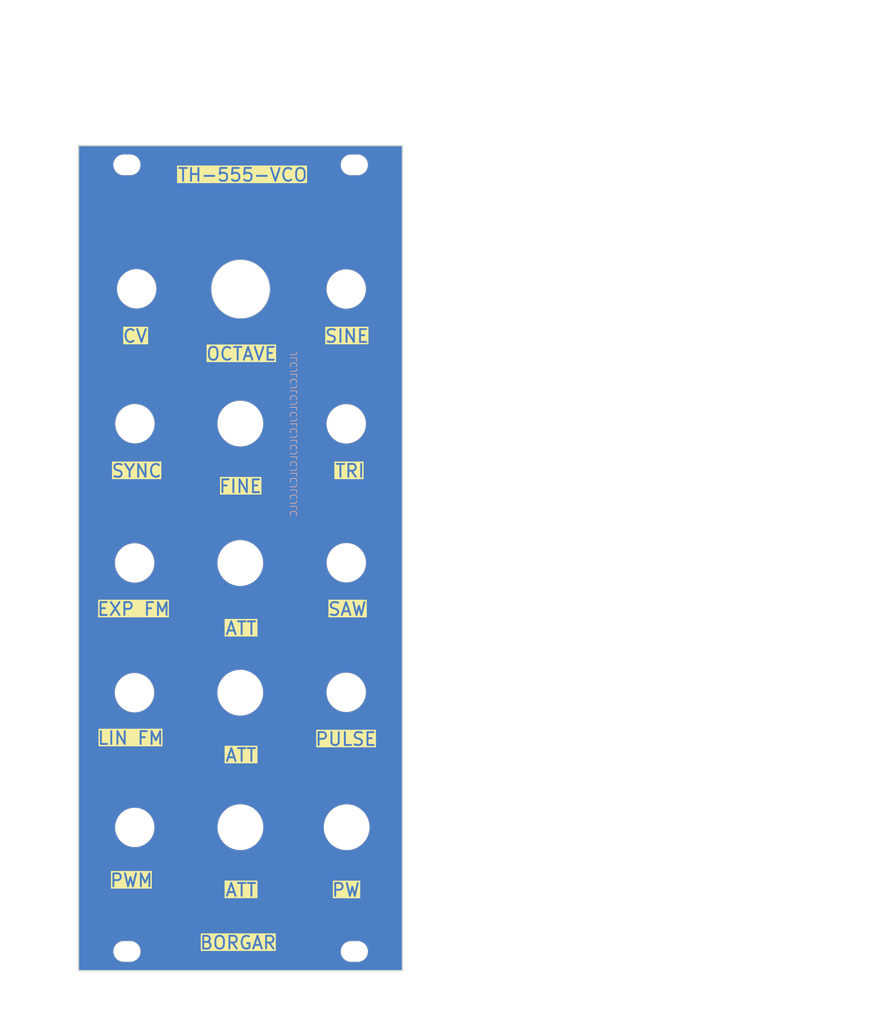
<source format=kicad_pcb>
(kicad_pcb (version 20240108) (generator "pcbnew") (generator_version "8.0")
  (layers (0 "F.Cu" signal) (31 "B.Cu" signal) (34 "B.Paste" user) (35 "F.Paste" user) (36 "B.SilkS" user "B.Silkscreen") (37 "F.SilkS" user "F.Silkscreen") (38 "B.Mask" user) (39 "F.Mask" user) (44 "Edge.Cuts" user))
  (net 0 "")
  (footprint "1UserLibrary:eurorack panel jack hole" (layer "F.Cu") (at 117.906713 70.738727)
    (property "Reference" "REF**" (hide yes))
    (property "Value" "eurorack panel jack hole" (hide yes))
    (fp_circle (center -0.131962 0) (end 2.918038 0) (stroke (width 0.05)) (fill none) (layer "Edge.Cuts"))
  )
  (footprint "1UserLibrary:eurorack panel jack hole" (layer "F.Cu") (at 150.854411 49.76325)
    (property "Reference" "REF**" (hide yes))
    (property "Value" "eurorack panel jack hole" (hide yes))
    (fp_circle (center -0.131962 0) (end 2.918038 0) (stroke (width 0.05)) (fill none) (layer "Edge.Cuts"))
  )
  (footprint "1UserLibrary:eurorack panel jack hole" (layer "F.Cu") (at 117.879662 133.616451)
    (property "Reference" "REF**" (hide yes))
    (property "Value" "eurorack panel jack hole" (hide yes))
    (fp_circle (center -0.131962 0) (end 2.918038 0) (stroke (width 0.05)) (fill none) (layer "Edge.Cuts"))
  )
  (footprint "1UserLibrary:eurorack panel jack hole" (layer "F.Cu") (at 150.854269 70.760946)
    (property "Reference" "REF**" (hide yes))
    (property "Value" "eurorack panel jack hole" (hide yes))
    (fp_circle (center -0.131962 0) (end 2.918038 0) (stroke (width 0.05)) (fill none) (layer "Edge.Cuts"))
  )
  (footprint "1UserLibrary:eurorack panel PotHole" (layer "F.Cu") (at 134.254212 70.662547)
    (property "Reference" "REF**" (hide yes))
    (property "Value" "eurorack panel PotHole" (hide yes))
    (fp_circle (center -0.046289 0.054901) (end 3.503711 0.054901) (stroke (width 0.05)) (fill none) (layer "Edge.Cuts"))
  )
  (footprint "1UserLibrary:eurorack panel jack hole" (layer "F.Cu") (at 150.863933 92.392744)
    (property "Reference" "REF**" (hide yes))
    (property "Value" "eurorack panel jack hole" (hide yes))
    (fp_circle (center -0.131962 0) (end 2.918038 0) (stroke (width 0.05)) (fill none) (layer "Edge.Cuts"))
  )
  (footprint "1UserLibrary:seamineeditSM" (layer "F.Cu") (at 134.172194 91.533923)
    (property "Reference" "G***" (hide yes))
    (property "Value" "LOGO" (hide yes))
  )
  (footprint "1UserLibrary:eurorack panel jack hole" (layer "F.Cu") (at 150.846404 112.576845)
    (property "Reference" "REF**" (hide yes))
    (property "Value" "eurorack panel jack hole" (hide yes))
    (fp_circle (center -0.131962 0) (end 2.918038 0) (stroke (width 0.05)) (fill none) (layer "Edge.Cuts"))
  )
  (footprint "1UserLibrary:eurorack panel jack hole" (layer "F.Cu") (at 118.18 49.73)
    (property "Reference" "REF**" (hide yes))
    (property "Value" "eurorack panel jack hole" (hide yes))
    (fp_circle (center -0.131962 0) (end 2.918038 0) (stroke (width 0.05)) (fill none) (layer "Edge.Cuts"))
  )
  (footprint "1UserLibrary:Eurorack panel mountinghole" (layer "F.Cu") (at 116.528127 30.424194)
    (property "Reference" "REF**" (hide yes))
    (property "Value" "Eurorack panel mountinghole" (hide yes))
    (fp_line (start -0.500041 1.600001) (end 0.499959 1.600001) (stroke (width 0.05)) (layer "Edge.Cuts"))
    (fp_line (start 0.499959 -1.599999) (end -0.500041 -1.599999) (stroke (width 0.05)) (layer "Edge.Cuts"))
    (fp_arc (start -0.500041 1.600001) (mid -2.1 0.000001) (end -0.500041 -1.599999) (stroke (width 0.05)) (layer "Edge.Cuts"))
    (fp_arc (start 0.499959 -1.599999) (mid 2.099999 0.000001) (end 0.499959 1.600001) (stroke (width 0.05)) (layer "Edge.Cuts"))
  )
  (footprint "1UserLibrary:eurorack panel PotHole" (layer "F.Cu") (at 150.830392 133.533923)
    (property "Reference" "REF**" (hide yes))
    (property "Value" "eurorack panel PotHole" (hide yes))
    (fp_circle (center -0.046289 0.054901) (end 3.503711 0.054901) (stroke (width 0.05)) (fill none) (layer "Edge.Cuts"))
  )
  (footprint "1UserLibrary:eurorack panel jack hole" (layer "F.Cu") (at 117.863333 92.42177)
    (property "Reference" "REF**" (hide yes))
    (property "Value" "eurorack panel jack hole" (hide yes))
    (fp_circle (center -0.131962 0) (end 2.918038 0) (stroke (width 0.05)) (fill none) (layer "Edge.Cuts"))
  )
  (footprint "1UserLibrary:eurorack panel jack hole" (layer "F.Cu") (at 117.840056 112.633909)
    (property "Reference" "REF**" (hide yes))
    (property "Value" "eurorack panel jack hole" (hide yes))
    (fp_circle (center -0.131962 0) (end 2.918038 0) (stroke (width 0.05)) (fill none) (layer "Edge.Cuts"))
  )
  (footprint "1UserLibrary:eurorack panel PotHole" (layer "F.Cu") (at 134.24469 112.581536)
    (property "Reference" "REF**" (hide yes))
    (property "Value" "eurorack panel PotHole" (hide yes))
    (fp_circle (center -0.046289 0.054901) (end 3.503711 0.054901) (stroke (width 0.05)) (fill none) (layer "Edge.Cuts"))
  )
  (footprint "1UserLibrary:Eurorack panel mountinghole" (layer "F.Cu") (at 151.982821 152.935043)
    (property "Reference" "REF**" (hide yes))
    (property "Value" "Eurorack panel mountinghole" (hide yes))
    (fp_line (start -0.500041 1.600001) (end 0.499959 1.600001) (stroke (width 0.05)) (layer "Edge.Cuts"))
    (fp_line (start 0.499959 -1.599999) (end -0.500041 -1.599999) (stroke (width 0.05)) (layer "Edge.Cuts"))
    (fp_arc (start -0.500041 1.600001) (mid -2.1 0.000001) (end -0.500041 -1.599999) (stroke (width 0.05)) (layer "Edge.Cuts"))
    (fp_arc (start 0.499959 -1.599999) (mid 2.099999 0.000001) (end 0.499959 1.600001) (stroke (width 0.05)) (layer "Edge.Cuts"))
  )
  (footprint "1UserLibrary:eurorack panel PotHole" (layer "F.Cu") (at 134.268709 133.524401)
    (property "Reference" "REF**" (hide yes))
    (property "Value" "eurorack panel PotHole" (hide yes))
    (fp_circle (center -0.046289 0.054901) (end 3.503711 0.054901) (stroke (width 0.05)) (fill none) (layer "Edge.Cuts"))
  )
  (footprint "1UserLibrary:Eurorack panel mountinghole" (layer "F.Cu") (at 151.98 30.43)
    (property "Reference" "REF**" (hide yes))
    (property "Value" "Eurorack panel mountinghole" (hide yes))
    (fp_line (start -0.500041 1.600001) (end 0.499959 1.600001) (stroke (width 0.05)) (layer "Edge.Cuts"))
    (fp_line (start 0.499959 -1.599999) (end -0.500041 -1.599999) (stroke (width 0.05)) (layer "Edge.Cuts"))
    (fp_arc (start -0.500041 1.600001) (mid -2.1 0.000001) (end -0.500041 -1.599999) (stroke (width 0.05)) (layer "Edge.Cuts"))
    (fp_arc (start 0.499959 -1.599999) (mid 2.099999 0.000001) (end 0.499959 1.600001) (stroke (width 0.05)) (layer "Edge.Cuts"))
  )
  (footprint "1UserLibrary:Eurorack panel mountinghole" (layer "F.Cu") (at 116.534548 152.928119)
    (property "Reference" "REF**" (hide yes))
    (property "Value" "Eurorack panel mountinghole" (hide yes))
    (fp_line (start -0.500041 1.600001) (end 0.499959 1.600001) (stroke (width 0.05)) (layer "Edge.Cuts"))
    (fp_line (start 0.499959 -1.599999) (end -0.500041 -1.599999) (stroke (width 0.05)) (layer "Edge.Cuts"))
    (fp_arc (start -0.500041 1.600001) (mid -2.1 0.000001) (end -0.500041 -1.599999) (stroke (width 0.05)) (layer "Edge.Cuts"))
    (fp_arc (start 0.499959 -1.599999) (mid 2.099999 0.000001) (end 0.499959 1.600001) (stroke (width 0.05)) (layer "Edge.Cuts"))
  )
  (footprint "1UserLibrary:eurorack panel PotHole" (layer "F.Cu") (at 134.246348 92.387912)
    (property "Reference" "REF**" (hide yes))
    (property "Value" "eurorack panel PotHole" (hide yes))
    (fp_circle (center -0.046289 0.054901) (end 3.503711 0.054901) (stroke (width 0.05)) (fill none) (layer "Edge.Cuts"))
  )
  (gr_circle (center 134.255037 49.776718) (end 138.805037 49.776718) (stroke (width 0.1)) (fill none) (layer "Edge.Cuts"))
  (gr_rect (start 108.98 27.43) (end 159.48 155.93) (stroke (width 0.2)) (fill none) (layer "Edge.Cuts"))
  (gr_text "JLCJLCJLCJLCJLCJLCJLCJLCJLCJLC" (at 143.12 59.41 90) (layer "B.SilkS") (effects (font (size 1 1) (thickness 0.1)) (justify left bottom mirror)))
  (gr_text "PW" (at 148.330392 144.533923 0) (layer "F.SilkS" knockout) (effects (font (size 2 2) (thickness 0.3) (bold yes)) (justify left bottom)))
  (gr_text "FINE" (at 130.74 81.662547 0) (layer "F.SilkS" knockout) (effects (font (size 2 2) (thickness 0.3) (bold yes)) (justify left bottom)))
  (gr_text "SINE\n" (at 147.24 58.26325 0) (layer "F.SilkS" knockout) (effects (font (size 2 2) (thickness 0.3) (bold yes)) (justify left bottom)))
  (gr_text "EXP FM" (at 111.74 100.78624 0) (layer "F.SilkS" knockout) (effects (font (size 2 2) (thickness 0.3) (bold yes)) (justify left bottom)))
  (gr_text "PWM\n" (at 113.74 143.033923 0) (layer "F.SilkS" knockout) (effects (font (size 2 2) (thickness 0.3) (bold yes)) (justify left bottom)))
  (gr_text "TH-555-VCO" (at 124.327189 33.162447 0) (layer "F.SilkS" knockout) (effects (font (size 2 2) (thickness 0.3)) (justify left bottom)))
  (gr_text "BORGAR" (at 127.74 152.74825 0) (layer "F.SilkS" knockout) (effects (font (size 2 2) (thickness 0.3)) (justify left bottom)))
  (gr_text "SYNC" (at 113.99 79.260946 0) (layer "F.SilkS" knockout) (effects (font (size 2 2) (thickness 0.3) (bold yes)) (justify left bottom)))
  (gr_text "OCTAVE" (at 128.74 61.033923 0) (layer "F.SilkS" knockout) (effects (font (size 2 2) (thickness 0.3) (bold yes)) (justify left bottom)))
  (gr_text "LIN FM" (at 111.796537 120.875556 0) (layer "F.SilkS" knockout) (effects (font (size 2 2) (thickness 0.3) (bold yes)) (justify left bottom)))
  (gr_text "ATT" (at 131.74 123.524401 0) (layer "F.SilkS" knockout) (effects (font (size 2 2) (thickness 0.3) (bold yes)) (justify left bottom)))
  (gr_text "TRI" (at 148.854269 79.260946 0) (layer "F.SilkS" knockout) (effects (font (size 2 2) (thickness 0.3) (bold yes)) (justify left bottom)))
  (gr_text "PULSE" (at 145.74 121.033923 0) (layer "F.SilkS" knockout) (effects (font (size 2 2) (thickness 0.3) (bold yes)) (justify left bottom)))
  (gr_text "ATT" (at 131.74 103.776718 0) (layer "F.SilkS" knockout) (effects (font (size 2 2) (thickness 0.3) (bold yes)) (justify left bottom)))
  (gr_text "ATT" (at 131.74 144.524401 0) (layer "F.SilkS" knockout) (effects (font (size 2 2) (thickness 0.3) (bold yes)) (justify left bottom)))
  (gr_text "CV" (at 115.74 58.26325 0) (layer "F.SilkS" knockout) (effects (font (size 2 2) (thickness 0.3) (bold yes)) (justify left bottom)))
  (gr_text "SAW" (at 147.74 100.78624 0) (layer "F.SilkS" knockout) (effects (font (size 2 2) (thickness 0.3) (bold yes)) (justify left bottom)))
  (zone (net 0) (net_name "") (layers "F&B.Cu") (connect_pads (clearance 0.5)) (min_thickness 0.25) (fill yes (thermal_gap 0.5) (thermal_bridge_width 0.5) (island_removal_mode 1) (island_area_min 10))
    (polygon (pts (xy 108.955037 27.376718) (xy 159.555037 27.376718) (xy 159.555037 155.976718) (xy 108.955037 155.976718)))
  )
)
</source>
